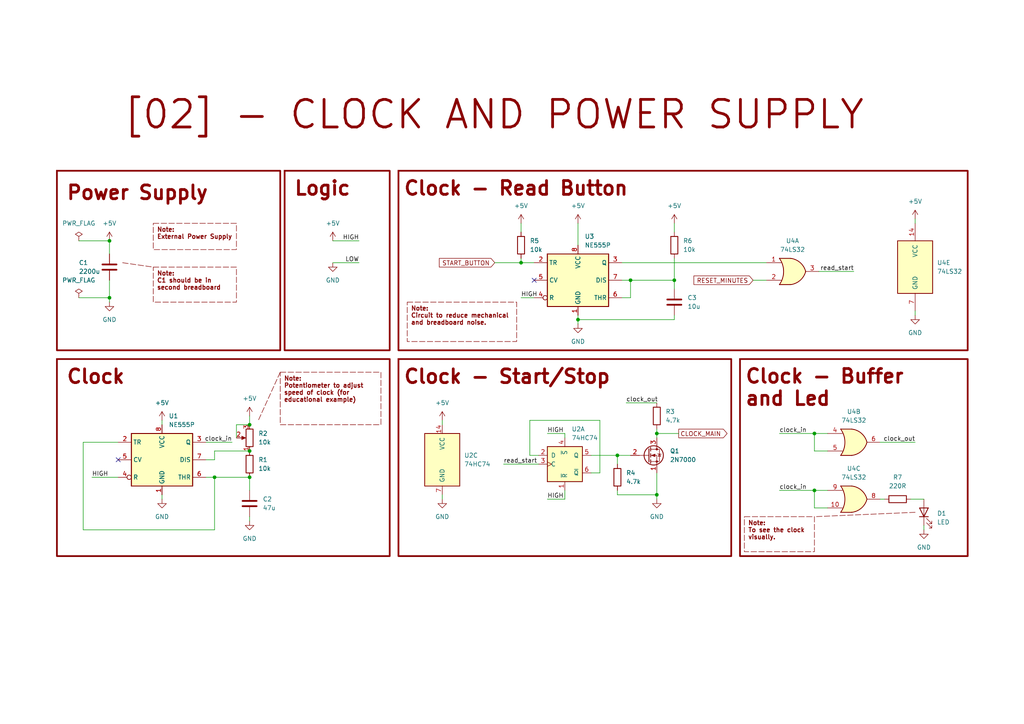
<source format=kicad_sch>
(kicad_sch (version 20230121) (generator eeschema)
  (paper "A4")
  (lib_symbols
    (symbol "74xx:74HC74" (pin_names (offset 1.016))
      (property "Reference" "U" (at -7.62 8.89 0))
      (property "Value" "74HC74" (at -7.62 -8.89 0))
      (symbol "74HC74_1_0"
        (pin input line (at 0 -7.62 90) (length 2.54) (name "~{R}") (number "1"))
        (pin input line (at -7.62 2.54 0) (length 2.54) (name "D") (number "2"))
        (pin input clock (at -7.62 0 0) (length 2.54) (name "C") (number "3"))
        (pin input line (at 0 7.62 270) (length 2.54) (name "~{S}") (number "4"))
        (pin output line (at 7.62 2.54 180) (length 2.54) (name "Q") (number "5"))
        (pin output line (at 7.62 -2.54 180) (length 2.54) (name "~{Q}") (number "6"))
      )
      (symbol "74HC74_1_1"
        (rectangle (start -5.08 5.08) (end 5.08 -5.08) (stroke (width 0.254)) (fill (type background)))
      )
      (symbol "74HC74_2_0"
        (pin input line (at 0 7.62 270) (length 2.54) (name "~{S}") (number "10"))
        (pin input clock (at -7.62 0 0) (length 2.54) (name "C") (number "11"))
        (pin input line (at -7.62 2.54 0) (length 2.54) (name "D") (number "12"))
        (pin input line (at 0 -7.62 90) (length 2.54) (name "~{R}") (number "13"))
        (pin output line (at 7.62 -2.54 180) (length 2.54) (name "~{Q}") (number "8"))
        (pin output line (at 7.62 2.54 180) (length 2.54) (name "Q") (number "9"))
      )
      (symbol "74HC74_2_1"
        (rectangle (start -5.08 5.08) (end 5.08 -5.08) (stroke (width 0.254)) (fill (type background)))
      )
      (symbol "74HC74_3_0"
        (pin power_in line (at 0 10.16 270) (length 2.54) (name "VCC") (number "14"))
        (pin power_in line (at 0 -10.16 90) (length 2.54) (name "GND") (number "7"))
      )
      (symbol "74HC74_3_1"
        (rectangle (start -5.08 7.62) (end 5.08 -7.62) (stroke (width 0.254)) (fill (type background)))
      )
    )
    (symbol "74xx:74LS32" (pin_names (offset 1.016))
      (property "Reference" "U" (at 0 1.27 0))
      (property "Value" "74LS32" (at 0 -1.27 0))
      (symbol "74LS32_1_1"
        (arc (start -3.81 -3.81) (mid -2.589 0) (end -3.81 3.81) (stroke (width 0.254)))
        (arc (start -0.6096 -3.81) (mid 2.1842 -2.5851) (end 3.81 0) (stroke (width 0.254)) (fill (type background)))
        (polyline (pts (xy -3.81 -3.81) (xy -0.635 -3.81)) (stroke (width 0.254)) (fill (type background)))
        (polyline (pts (xy -3.81 3.81) (xy -0.635 3.81)) (stroke (width 0.254)) (fill (type background)))
        (polyline (pts (xy -0.635 3.81) (xy -3.81 3.81) (xy -3.81 3.81) (xy -3.556 3.4036) (xy -3.0226 2.2606) (xy -2.6924 1.0414) (xy -2.6162 -0.254) (xy -2.7686 -1.4986) (xy -3.175 -2.7178) (xy -3.81 -3.81) (xy -3.81 -3.81) (xy -0.635 -3.81)) (stroke (width -25.4)) (fill (type background)))
        (arc (start 3.81 0) (mid 2.1915 2.5936) (end -0.6096 3.81) (stroke (width 0.254)) (fill (type background)))
        (pin input line (at -7.62 2.54 0) (length 4.318) (name "~") (number "1"))
        (pin input line (at -7.62 -2.54 0) (length 4.318) (name "~") (number "2"))
        (pin output line (at 7.62 0 180) (length 3.81) (name "~") (number "3"))
      )
      (symbol "74LS32_1_2"
        (arc (start 0 -3.81) (mid 3.7934 0) (end 0 3.81) (stroke (width 0.254)) (fill (type background)))
        (polyline (pts (xy 0 3.81) (xy -3.81 3.81) (xy -3.81 -3.81) (xy 0 -3.81)) (stroke (width 0.254)) (fill (type background)))
        (pin input inverted (at -7.62 2.54 0) (length 3.81) (name "~") (number "1"))
        (pin input inverted (at -7.62 -2.54 0) (length 3.81) (name "~") (number "2"))
        (pin output inverted (at 7.62 0 180) (length 3.81) (name "~") (number "3"))
      )
      (symbol "74LS32_2_1"
        (arc (start -3.81 -3.81) (mid -2.589 0) (end -3.81 3.81) (stroke (width 0.254)))
        (arc (start -0.6096 -3.81) (mid 2.1842 -2.5851) (end 3.81 0) (stroke (width 0.254)) (fill (type background)))
        (polyline (pts (xy -3.81 -3.81) (xy -0.635 -3.81)) (stroke (width 0.254)) (fill (type background)))
        (polyline (pts (xy -3.81 3.81) (xy -0.635 3.81)) (stroke (width 0.254)) (fill (type background)))
        (polyline (pts (xy -0.635 3.81) (xy -3.81 3.81) (xy -3.81 3.81) (xy -3.556 3.4036) (xy -3.0226 2.2606) (xy -2.6924 1.0414) (xy -2.6162 -0.254) (xy -2.7686 -1.4986) (xy -3.175 -2.7178) (xy -3.81 -3.81) (xy -3.81 -3.81) (xy -0.635 -3.81)) (stroke (width -25.4)) (fill (type background)))
        (arc (start 3.81 0) (mid 2.1915 2.5936) (end -0.6096 3.81) (stroke (width 0.254)) (fill (type background)))
        (pin input line (at -7.62 2.54 0) (length 4.318) (name "~") (number "4"))
        (pin input line (at -7.62 -2.54 0) (length 4.318) (name "~") (number "5"))
        (pin output line (at 7.62 0 180) (length 3.81) (name "~") (number "6"))
      )
      (symbol "74LS32_2_2"
        (arc (start 0 -3.81) (mid 3.7934 0) (end 0 3.81) (stroke (width 0.254)) (fill (type background)))
        (polyline (pts (xy 0 3.81) (xy -3.81 3.81) (xy -3.81 -3.81) (xy 0 -3.81)) (stroke (width 0.254)) (fill (type background)))
        (pin input inverted (at -7.62 2.54 0) (length 3.81) (name "~") (number "4"))
        (pin input inverted (at -7.62 -2.54 0) (length 3.81) (name "~") (number "5"))
        (pin output inverted (at 7.62 0 180) (length 3.81) (name "~") (number "6"))
      )
      (symbol "74LS32_3_1"
        (arc (start -3.81 -3.81) (mid -2.589 0) (end -3.81 3.81) (stroke (width 0.254)))
        (arc (start -0.6096 -3.81) (mid 2.1842 -2.5851) (end 3.81 0) (stroke (width 0.254)) (fill (type background)))
        (polyline (pts (xy -3.81 -3.81) (xy -0.635 -3.81)) (stroke (width 0.254)) (fill (type background)))
        (polyline (pts (xy -3.81 3.81) (xy -0.635 3.81)) (stroke (width 0.254)) (fill (type background)))
        (polyline (pts (xy -0.635 3.81) (xy -3.81 3.81) (xy -3.81 3.81) (xy -3.556 3.4036) (xy -3.0226 2.2606) (xy -2.6924 1.0414) (xy -2.6162 -0.254) (xy -2.7686 -1.4986) (xy -3.175 -2.7178) (xy -3.81 -3.81) (xy -3.81 -3.81) (xy -0.635 -3.81)) (stroke (width -25.4)) (fill (type background)))
        (arc (start 3.81 0) (mid 2.1915 2.5936) (end -0.6096 3.81) (stroke (width 0.254)) (fill (type background)))
        (pin input line (at -7.62 -2.54 0) (length 4.318) (name "~") (number "10"))
        (pin output line (at 7.62 0 180) (length 3.81) (name "~") (number "8"))
        (pin input line (at -7.62 2.54 0) (length 4.318) (name "~") (number "9"))
      )
      (symbol "74LS32_3_2"
        (arc (start 0 -3.81) (mid 3.7934 0) (end 0 3.81) (stroke (width 0.254)) (fill (type background)))
        (polyline (pts (xy 0 3.81) (xy -3.81 3.81) (xy -3.81 -3.81) (xy 0 -3.81)) (stroke (width 0.254)) (fill (type background)))
        (pin input inverted (at -7.62 -2.54 0) (length 3.81) (name "~") (number "10"))
        (pin output inverted (at 7.62 0 180) (length 3.81) (name "~") (number "8"))
        (pin input inverted (at -7.62 2.54 0) (length 3.81) (name "~") (number "9"))
      )
      (symbol "74LS32_4_1"
        (arc (start -3.81 -3.81) (mid -2.589 0) (end -3.81 3.81) (stroke (width 0.254)))
        (arc (start -0.6096 -3.81) (mid 2.1842 -2.5851) (end 3.81 0) (stroke (width 0.254)) (fill (type background)))
        (polyline (pts (xy -3.81 -3.81) (xy -0.635 -3.81)) (stroke (width 0.254)) (fill (type background)))
        (polyline (pts (xy -3.81 3.81) (xy -0.635 3.81)) (stroke (width 0.254)) (fill (type background)))
        (polyline (pts (xy -0.635 3.81) (xy -3.81 3.81) (xy -3.81 3.81) (xy -3.556 3.4036) (xy -3.0226 2.2606) (xy -2.6924 1.0414) (xy -2.6162 -0.254) (xy -2.7686 -1.4986) (xy -3.175 -2.7178) (xy -3.81 -3.81) (xy -3.81 -3.81) (xy -0.635 -3.81)) (stroke (width -25.4)) (fill (type background)))
        (arc (start 3.81 0) (mid 2.1915 2.5936) (end -0.6096 3.81) (stroke (width 0.254)) (fill (type background)))
        (pin output line (at 7.62 0 180) (length 3.81) (name "~") (number "11"))
        (pin input line (at -7.62 2.54 0) (length 4.318) (name "~") (number "12"))
        (pin input line (at -7.62 -2.54 0) (length 4.318) (name "~") (number "13"))
      )
      (symbol "74LS32_4_2"
        (arc (start 0 -3.81) (mid 3.7934 0) (end 0 3.81) (stroke (width 0.254)) (fill (type background)))
        (polyline (pts (xy 0 3.81) (xy -3.81 3.81) (xy -3.81 -3.81) (xy 0 -3.81)) (stroke (width 0.254)) (fill (type background)))
        (pin output inverted (at 7.62 0 180) (length 3.81) (name "~") (number "11"))
        (pin input inverted (at -7.62 2.54 0) (length 3.81) (name "~") (number "12"))
        (pin input inverted (at -7.62 -2.54 0) (length 3.81) (name "~") (number "13"))
      )
      (symbol "74LS32_5_0"
        (pin power_in line (at 0 12.7 270) (length 5.08) (name "VCC") (number "14"))
        (pin power_in line (at 0 -12.7 90) (length 5.08) (name "GND") (number "7"))
      )
      (symbol "74LS32_5_1"
        (rectangle (start -5.08 7.62) (end 5.08 -7.62) (stroke (width 0.254)) (fill (type background)))
      )
    )
    (symbol "Device:C" (pin_numbers hide) (pin_names (offset 0.254))
      (property "Reference" "C" (at 0.635 2.54 0))
      (property "Value" "C" (at 0.635 -2.54 0))
      (symbol "C_0_1"
        (polyline (pts (xy -2.032 -0.762) (xy 2.032 -0.762)) (stroke (width 0.508)))
        (polyline (pts (xy -2.032 0.762) (xy 2.032 0.762)) (stroke (width 0.508)))
      )
      (symbol "C_1_1"
        (pin passive line (at 0 3.81 270) (length 2.794) (name "~") (number "1"))
        (pin passive line (at 0 -3.81 90) (length 2.794) (name "~") (number "2"))
      )
    )
    (symbol "Device:LED" (pin_numbers hide) (pin_names (offset 1.016) hide)
      (property "Reference" "D" (at 0 2.54 0))
      (property "Value" "LED" (at 0 -2.54 0))
      (symbol "LED_0_1"
        (polyline (pts (xy -1.27 -1.27) (xy -1.27 1.27)) (stroke (width 0.254)))
        (polyline (pts (xy -1.27 0) (xy 1.27 0)))
        (polyline (pts (xy 1.27 -1.27) (xy 1.27 1.27) (xy -1.27 0) (xy 1.27 -1.27)) (stroke (width 0.254)))
        (polyline (pts (xy -3.048 -0.762) (xy -4.572 -2.286) (xy -3.81 -2.286) (xy -4.572 -2.286) (xy -4.572 -1.524)))
        (polyline (pts (xy -1.778 -0.762) (xy -3.302 -2.286) (xy -2.54 -2.286) (xy -3.302 -2.286) (xy -3.302 -1.524)))
      )
      (symbol "LED_1_1"
        (pin passive line (at -3.81 0 0) (length 2.54) (name "K") (number "1"))
        (pin passive line (at 3.81 0 180) (length 2.54) (name "A") (number "2"))
      )
    )
    (symbol "Device:R" (pin_numbers hide) (pin_names (offset 0))
      (property "Reference" "R" (at 2.032 0 90))
      (property "Value" "R" (at 0 0 90))
      (symbol "R_0_1"
        (rectangle (start -1.016 -2.54) (end 1.016 2.54) (stroke (width 0.254)))
      )
      (symbol "R_1_1"
        (pin passive line (at 0 3.81 270) (length 1.27) (name "~") (number "1"))
        (pin passive line (at 0 -3.81 90) (length 1.27) (name "~") (number "2"))
      )
    )
    (symbol "Device:R_Potentiometer" (pin_names (offset 1.016) hide)
      (property "Reference" "RV" (at -4.445 0 90))
      (property "Value" "R_Potentiometer" (at -2.54 0 90))
      (symbol "R_Potentiometer_0_1"
        (polyline (pts (xy 2.54 0) (xy 1.524 0)))
        (polyline (pts (xy 1.143 0) (xy 2.286 0.508) (xy 2.286 -0.508) (xy 1.143 0)) (fill (type outline)))
        (rectangle (start 1.016 2.54) (end -1.016 -2.54) (stroke (width 0.254)))
      )
      (symbol "R_Potentiometer_1_1"
        (pin passive line (at 0 3.81 270) (length 1.27) (name "1") (number "1"))
        (pin passive line (at 3.81 0 180) (length 1.27) (name "2") (number "2"))
        (pin passive line (at 0 -3.81 90) (length 1.27) (name "3") (number "3"))
      )
    )
    (symbol "Timer:NE555P"
      (property "Reference" "U" (at -10.16 8.89 0))
      (property "Value" "NE555P" (at 2.54 8.89 0))
      (symbol "NE555P_0_0"
        (pin power_in line (at 0 -10.16 90) (length 2.54) (name "GND") (number "1"))
        (pin power_in line (at 0 10.16 270) (length 2.54) (name "VCC") (number "8"))
      )
      (symbol "NE555P_0_1"
        (rectangle (start -8.89 -7.62) (end 8.89 7.62) (stroke (width 0.254)) (fill (type background)))
        (rectangle (start -8.89 -7.62) (end 8.89 7.62) (stroke (width 0.254)) (fill (type background)))
      )
      (symbol "NE555P_1_1"
        (pin input line (at -12.7 5.08 0) (length 3.81) (name "TR") (number "2"))
        (pin output line (at 12.7 5.08 180) (length 3.81) (name "Q") (number "3"))
        (pin input inverted (at -12.7 -5.08 0) (length 3.81) (name "R") (number "4"))
        (pin input line (at -12.7 0 0) (length 3.81) (name "CV") (number "5"))
        (pin input line (at 12.7 -5.08 180) (length 3.81) (name "THR") (number "6"))
        (pin input line (at 12.7 0 180) (length 3.81) (name "DIS") (number "7"))
      )
    )
    (symbol "Transistor_FET:2N7000" (pin_names hide)
      (property "Reference" "Q" (at 5.08 1.905 0))
      (property "Value" "2N7000" (at 5.08 0 0))
      (symbol "2N7000_0_1"
        (polyline (pts (xy 0.254 0) (xy -2.54 0)))
        (polyline (pts (xy 0.254 1.905) (xy 0.254 -1.905)) (stroke (width 0.254)))
        (polyline (pts (xy 0.762 -1.27) (xy 0.762 -2.286)) (stroke (width 0.254)))
        (polyline (pts (xy 0.762 0.508) (xy 0.762 -0.508)) (stroke (width 0.254)))
        (polyline (pts (xy 0.762 2.286) (xy 0.762 1.27)) (stroke (width 0.254)))
        (polyline (pts (xy 2.54 2.54) (xy 2.54 1.778)))
        (polyline (pts (xy 2.54 -2.54) (xy 2.54 0) (xy 0.762 0)))
        (polyline (pts (xy 0.762 -1.778) (xy 3.302 -1.778) (xy 3.302 1.778) (xy 0.762 1.778)))
        (polyline (pts (xy 1.016 0) (xy 2.032 0.381) (xy 2.032 -0.381) (xy 1.016 0)) (fill (type outline)))
        (polyline (pts (xy 2.794 0.508) (xy 2.921 0.381) (xy 3.683 0.381) (xy 3.81 0.254)))
        (polyline (pts (xy 3.302 0.381) (xy 2.921 -0.254) (xy 3.683 -0.254) (xy 3.302 0.381)))
        (circle (center 1.651 0) (radius 2.794) (stroke (width 0.254)))
        (circle (center 2.54 -1.778) (radius 0.254) (fill (type outline)))
        (circle (center 2.54 1.778) (radius 0.254) (fill (type outline)))
      )
      (symbol "2N7000_1_1"
        (pin passive line (at 2.54 -5.08 90) (length 2.54) (name "S") (number "1"))
        (pin input line (at -5.08 0 0) (length 2.54) (name "G") (number "2"))
        (pin passive line (at 2.54 5.08 270) (length 2.54) (name "D") (number "3"))
      )
    )
    (symbol "power:+5V" (power) (pin_names (offset 0))
      (property "Value" "+5V" (at 0 3.556 0))
      (symbol "+5V_0_1"
        (polyline (pts (xy -0.762 1.27) (xy 0 2.54)))
        (polyline (pts (xy 0 0) (xy 0 2.54)))
        (polyline (pts (xy 0 2.54) (xy 0.762 1.27)))
      )
      (symbol "+5V_1_1"
        (pin power_in line (at 0 0 90) (length 0) hide (name "+5V") (number "1"))
      )
    )
    (symbol "power:GND" (power) (pin_names (offset 0))
      (property "Value" "GND" (at 0 -3.81 0))
      (symbol "GND_0_1"
        (polyline (pts (xy 0 0) (xy 0 -1.27) (xy 1.27 -1.27) (xy 0 -2.54) (xy -1.27 -1.27) (xy 0 -1.27)))
      )
      (symbol "GND_1_1"
        (pin power_in line (at 0 0 270) (length 0) hide (name "GND") (number "1"))
      )
    )
    (symbol "power:PWR_FLAG" (power) (pin_numbers hide) (pin_names (offset 0) hide)
      (property "Value" "PWR_FLAG" (at 0 3.81 0))
      (symbol "PWR_FLAG_0_0"
        (pin power_out line (at 0 0 90) (length 0) (name "pwr") (number "1"))
      )
      (symbol "PWR_FLAG_0_1"
        (polyline (pts (xy 0 0) (xy 0 1.27) (xy -1.016 1.905) (xy 0 2.54) (xy 1.016 1.905) (xy 0 1.27)))
      )
    )
  )
  (junction (at 151.13 76.2))
  (junction (at 190.5 143.51))
  (junction (at 236.22 125.73))
  (junction (at 182.88 81.28))
  (junction (at 236.22 142.24))
  (junction (at 72.39 138.43))
  (junction (at 31.75 69.85))
  (junction (at 72.39 123.19))
  (junction (at 167.64 92.71))
  (junction (at 179.07 132.08))
  (junction (at 190.5 125.73))
  (junction (at 31.75 86.36))
  (junction (at 62.23 138.43))
  (junction (at 72.39 130.81))
  (junction (at 195.58 81.28))
  (no_connect (at 34.29 133.35))
  (no_connect (at 154.94 81.28))
  (wire (pts (xy 72.39 138.43) (xy 72.39 142.24)))
  (wire (pts (xy 267.97 152.4) (xy 267.97 153.67)))
  (wire (pts (xy 72.39 120.65) (xy 72.39 123.19)))
  (wire (pts (xy 167.64 92.71) (xy 167.64 91.44)))
  (wire (pts (xy 128.27 143.51) (xy 128.27 144.78)))
  (wire (pts (xy 255.27 144.78) (xy 256.54 144.78)))
  (wire (pts (xy 72.39 149.86) (xy 72.39 151.13)))
  (wire (pts (xy 59.69 133.35) (xy 62.23 133.35)))
  (wire (pts (xy 195.58 92.71) (xy 195.58 91.44)))
  (wire (pts (xy 34.29 128.27) (xy 24.13 128.27)))
  (wire (pts (xy 181.61 116.84) (xy 190.5 116.84)))
  (wire (pts (xy 167.64 64.77) (xy 167.64 71.12)))
  (wire (pts (xy 179.07 142.24) (xy 179.07 143.51)))
  (wire (pts (xy 68.58 123.19) (xy 72.39 123.19)))
  (wire (pts (xy 22.86 86.36) (xy 31.75 86.36)))
  (wire (pts (xy 190.5 125.73) (xy 196.85 125.73)))
  (wire (pts (xy 236.22 142.24) (xy 236.22 147.32)))
  (wire (pts (xy 190.5 143.51) (xy 190.5 144.78)))
  (wire (pts (xy 96.52 69.85) (xy 104.14 69.85)))
  (wire (pts (xy 158.75 125.73) (xy 163.83 125.73)))
  (wire (pts (xy 265.43 90.17) (xy 265.43 91.44)))
  (wire (pts (xy 46.99 143.51) (xy 46.99 144.78)))
  (wire (pts (xy 218.44 81.28) (xy 222.25 81.28)))
  (wire (pts (xy 151.13 86.36) (xy 154.94 86.36)))
  (wire (pts (xy 195.58 64.77) (xy 195.58 67.31)))
  (wire (pts (xy 158.75 144.78) (xy 163.83 144.78)))
  (wire (pts (xy 31.75 87.63) (xy 31.75 86.36)))
  (wire (pts (xy 236.22 142.24) (xy 226.06 142.24)))
  (wire (pts (xy 236.22 125.73) (xy 226.06 125.73)))
  (wire (pts (xy 182.88 81.28) (xy 180.34 81.28)))
  (wire (pts (xy 46.99 121.92) (xy 46.99 123.19)))
  (wire (pts (xy 171.45 132.08) (xy 179.07 132.08)))
  (wire (pts (xy 182.88 86.36) (xy 182.88 81.28)))
  (wire (pts (xy 26.67 138.43) (xy 34.29 138.43)))
  (wire (pts (xy 190.5 143.51) (xy 190.5 137.16)))
  (wire (pts (xy 128.27 121.92) (xy 128.27 123.19)))
  (wire (pts (xy 265.43 63.5) (xy 265.43 64.77)))
  (wire (pts (xy 264.16 144.78) (xy 267.97 144.78)))
  (wire (pts (xy 255.27 128.27) (xy 265.43 128.27)))
  (wire (pts (xy 237.49 78.74) (xy 247.65 78.74)))
  (wire (pts (xy 62.23 138.43) (xy 62.23 153.67)))
  (wire (pts (xy 22.86 69.85) (xy 31.75 69.85)))
  (wire (pts (xy 146.05 134.62) (xy 156.21 134.62)))
  (wire (pts (xy 62.23 133.35) (xy 62.23 130.81)))
  (wire (pts (xy 153.67 132.08) (xy 153.67 121.92)))
  (wire (pts (xy 240.03 125.73) (xy 236.22 125.73)))
  (polyline (pts (xy 81.28 107.95) (xy 74.93 121.92)) (stroke (width 0.15) (type dash) (color 132 0 0 1)))
  (wire (pts (xy 180.34 86.36) (xy 182.88 86.36)))
  (wire (pts (xy 236.22 125.73) (xy 236.22 130.81)))
  (wire (pts (xy 31.75 81.28) (xy 31.75 86.36)))
  (wire (pts (xy 96.52 76.2) (xy 104.14 76.2)))
  (wire (pts (xy 163.83 142.24) (xy 163.83 144.78)))
  (wire (pts (xy 59.69 138.43) (xy 62.23 138.43)))
  (wire (pts (xy 195.58 74.93) (xy 195.58 81.28)))
  (wire (pts (xy 190.5 124.46) (xy 190.5 125.73)))
  (wire (pts (xy 31.75 69.85) (xy 31.75 73.66)))
  (wire (pts (xy 151.13 64.77) (xy 151.13 67.31)))
  (wire (pts (xy 236.22 147.32) (xy 240.03 147.32)))
  (polyline (pts (xy 265.43 148.59) (xy 236.22 149.86)) (stroke (width 0.15) (type dash) (color 132 0 0 1)))
  (wire (pts (xy 195.58 81.28) (xy 195.58 83.82)))
  (wire (pts (xy 240.03 142.24) (xy 236.22 142.24)))
  (wire (pts (xy 151.13 74.93) (xy 151.13 76.2)))
  (wire (pts (xy 24.13 153.67) (xy 62.23 153.67)))
  (wire (pts (xy 180.34 76.2) (xy 222.25 76.2)))
  (wire (pts (xy 62.23 138.43) (xy 72.39 138.43)))
  (wire (pts (xy 179.07 132.08) (xy 179.07 134.62)))
  (polyline (pts (xy 35.56 76.2) (xy 44.45 77.47)) (stroke (width 0.15) (type dash) (color 132 0 0 1)))
  (wire (pts (xy 24.13 128.27) (xy 24.13 153.67)))
  (wire (pts (xy 179.07 132.08) (xy 182.88 132.08)))
  (wire (pts (xy 59.69 128.27) (xy 67.31 128.27)))
  (wire (pts (xy 151.13 76.2) (xy 154.94 76.2)))
  (wire (pts (xy 167.64 92.71) (xy 167.64 93.98)))
  (wire (pts (xy 62.23 130.81) (xy 72.39 130.81)))
  (wire (pts (xy 179.07 143.51) (xy 190.5 143.51)))
  (wire (pts (xy 173.99 137.16) (xy 171.45 137.16)))
  (wire (pts (xy 153.67 121.92) (xy 173.99 121.92)))
  (wire (pts (xy 163.83 127) (xy 163.83 125.73)))
  (wire (pts (xy 236.22 130.81) (xy 240.03 130.81)))
  (wire (pts (xy 143.51 76.2) (xy 151.13 76.2)))
  (wire (pts (xy 173.99 121.92) (xy 173.99 137.16)))
  (wire (pts (xy 190.5 125.73) (xy 190.5 127)))
  (wire (pts (xy 156.21 132.08) (xy 153.67 132.08)))
  (wire (pts (xy 68.58 127) (xy 68.58 123.19)))
  (wire (pts (xy 182.88 81.28) (xy 195.58 81.28)))
  (wire (pts (xy 167.64 92.71) (xy 195.58 92.71)))
  (rectangle (start 115.57 104.14) (end 212.09 161.29) (stroke (width 0.5) (color 132 0 0 1)))
  (rectangle (start 16.51 49.53) (end 81.28 101.6) (stroke (width 0.5) (color 132 0 0 1)))
  (rectangle (start 115.57 49.53) (end 280.67 101.6) (stroke (width 0.5) (color 132 0 0 1)))
  (rectangle (start 82.55 49.53) (end 113.03 101.6) (stroke (width 0.5) (color 132 0 0 1)))
  (rectangle (start 214.63 104.14) (end 280.67 161.29) (stroke (width 0.5) (color 132 0 0 1)))
  (rectangle (start 16.51 104.14) (end 113.03 161.29) (stroke (width 0.5) (color 132 0 0 1)))
  (text_box "Note:\nCircuit to reduce mechanical and breadboard noise." (at 118.11 87.63 0) (size 31.75 11.43) (stroke (width 0.15) (type dash) (color 132 0 0 1)) (effects (font (size 1.27 1.27) (thickness 0.254) bold) (justify left top)))
  (text_box "Note:\nPotentiometer to adjust speed of clock (for educational example)" (at 81.28 107.95 0) (size 29.21 15.24) (stroke (width 0.15) (type dash) (color 132 0 0 1)) (effects (font (size 1.27 1.27) (thickness 0.254) bold) (justify left top)))
  (text_box "Note:\nExternal Power Supply" (at 44.45 64.77 0) (size 24.13 7.62) (stroke (width 0.15) (type dash) (color 132 0 0 1)) (effects (font (size 1.27 1.27) (thickness 0.254) bold) (justify left top)))
  (text_box "Note:\nC1 should be in second breadboard" (at 44.45 77.47 0) (size 24.13 10.16) (stroke (width 0.15) (type dash) (color 132 0 0 1)) (effects (font (size 1.27 1.27) (thickness 0.254) bold) (justify left top)))
  (text_box "Note:\nTo see the clock visually." (at 215.9 149.86 0) (size 20.32 10.16) (stroke (width 0.15) (type dash) (color 132 0 0 1)) (effects (font (size 1.27 1.27) (thickness 0.254) bold) (justify left top)))
  (text "Power Supply" (at 19.05 58.42 0) (effects (font (size 4 4) (thickness 0.8) bold) (justify left bottom)))
  (text "Logic" (at 85.09 57.15 0) (effects (font (size 4 4) (thickness 0.8) bold) (justify left bottom)))
  (text "Clock - Buffer\nand Led" (at 215.9 118.11 0) (effects (font (size 4 4) (thickness 0.8) bold) (justify left bottom)))
  (text "Clock" (at 19.05 111.76 0) (effects (font (size 4 4) (thickness 0.8) bold) (justify left bottom)))
  (text "[02] - CLOCK AND POWER SUPPLY" (at 35.56 38.1 0) (effects (font (size 8 8) (thickness 0.8) bold) (justify left bottom)))
  (text "Clock - Start/Stop" (at 116.84 111.76 0) (effects (font (size 4 4) (thickness 0.8) bold) (justify left bottom)))
  (text "Clock - Read Button" (at 116.84 57.15 0) (effects (font (size 4 4) (thickness 0.8) bold) (justify left bottom)))
  (label "HIGH" (at 158.75 125.73 0))
  (label "clock_in" (at 226.06 142.24 0))
  (label "HIGH" (at 26.67 138.43 0))
  (label "HIGH" (at 104.14 69.85 180))
  (label "clock_in" (at 67.31 128.27 180))
  (label "clock_out" (at 181.61 116.84 0))
  (label "HIGH" (at 158.75 144.78 0))
  (label "clock_in" (at 226.06 125.73 0))
  (label "clock_out" (at 265.43 128.27 180))
  (label "read_start" (at 247.65 78.74 180))
  (label "LOW" (at 104.14 76.2 180))
  (label "HIGH" (at 151.13 86.36 0))
  (label "read_start" (at 146.05 134.62 0))
  (global_label "RESET_MINUTES" (shape input) (at 218.44 81.28 180) (property "Intersheetrefs" "${INTERSHEET_REFS}" (effects hide)))
  (global_label "CLOCK_MAIN" (shape output) (at 196.85 125.73 0) (property "Intersheetrefs" "${INTERSHEET_REFS}" (effects hide)))
  (global_label "START_BUTTON" (shape input) (at 143.51 76.2 180) (property "Intersheetrefs" "${INTERSHEET_REFS}" (effects hide)))
  (symbol (lib_id "Device:C") (at 31.75 77.47 0) (unit 1)
    (property "Reference" "C1" (at 22.86 76.2 0) (effects (justify left)))
    (property "Value" "2200u" (at 22.86 78.74 0) (effects (justify left)))
  )
  (symbol (lib_id "Device:C") (at 72.39 146.05 0) (unit 1)
    (property "Reference" "C2" (at 76.2 144.78 0) (effects (justify left)))
    (property "Value" "47u" (at 76.2 147.32 0) (effects (justify left)))
  )
  (symbol (lib_id "power:+5V") (at 128.27 121.92 0) (unit 1)
    (property "Reference" "#PWR09" (effects hide))
    (property "Value" "+5V" (at 128.27 116.84 0))
  )
  (symbol (lib_id "power:GND") (at 96.52 76.2 0) (unit 1)
    (property "Reference" "#PWR06" (effects hide))
    (property "Value" "GND" (at 96.52 81.28 0))
  )
  (symbol (lib_id "power:GND") (at 31.75 87.63 0) (unit 1)
    (property "Reference" "#PWR02" (effects hide))
    (property "Value" "GND" (at 31.75 92.71 0))
  )
  (symbol (lib_id "Device:R_Potentiometer") (at 72.39 127 180) (unit 1)
    (property "Reference" "R2" (at 74.93 125.73 0) (effects (justify right)))
    (property "Value" "10k" (at 74.93 128.27 0) (effects (justify right)))
  )
  (symbol (lib_id "74xx:74LS32") (at 247.65 144.78 0) (unit 3)
    (property "Reference" "U4" (at 247.65 135.89 0))
    (property "Value" "74LS32" (at 247.65 138.43 0))
    (property "Datasheet" "http://www.ti.com/lit/gpn/sn74LS32" (effects hide))
  )
  (symbol (lib_id "Device:R") (at 151.13 71.12 0) (unit 1)
    (property "Reference" "R5" (at 153.67 69.85 0) (effects (justify left)))
    (property "Value" "10k" (at 153.67 72.39 0) (effects (justify left)))
  )
  (symbol (lib_id "power:GND") (at 72.39 151.13 0) (unit 1)
    (property "Reference" "#PWR07" (effects hide))
    (property "Value" "GND" (at 72.39 156.21 0))
  )
  (symbol (lib_id "power:GND") (at 128.27 144.78 0) (unit 1)
    (property "Reference" "#PWR010" (effects hide))
    (property "Value" "GND" (at 128.27 149.86 0))
  )
  (symbol (lib_id "74xx:74LS32") (at 265.43 77.47 0) (unit 5)
    (property "Reference" "U4" (at 271.78 76.2 0) (effects (justify left)))
    (property "Value" "74LS32" (at 271.78 78.74 0) (effects (justify left)))
    (property "Datasheet" "http://www.ti.com/lit/gpn/sn74LS32" (effects hide))
  )
  (symbol (lib_id "Timer:NE555P") (at 167.64 81.28 0) (unit 1)
    (property "Reference" "U3" (at 169.5959 68.58 0) (effects (justify left)))
    (property "Value" "NE555P" (at 169.5959 71.12 0) (effects (justify left)))
    (property "Footprint" "Package_DIP:DIP-8_W7.62mm" (effects hide))
    (property "Datasheet" "http://www.ti.com/lit/ds/symlink/ne555.pdf" (effects hide))
  )
  (symbol (lib_id "power:GND") (at 190.5 144.78 0) (unit 1)
    (property "Reference" "#PWR011" (effects hide))
    (property "Value" "GND" (at 190.5 149.86 0))
  )
  (symbol (lib_id "power:GND") (at 265.43 91.44 0) (unit 1)
    (property "Reference" "#PWR017" (effects hide))
    (property "Value" "GND" (at 265.43 96.52 0))
  )
  (symbol (lib_id "74xx:74HC74") (at 163.83 134.62 0) (unit 1)
    (property "Reference" "U2" (at 165.7859 124.46 0) (effects (justify left)))
    (property "Value" "74HC74" (at 165.7859 127 0) (effects (justify left)))
    (property "Datasheet" "74xx/74hc_hct74.pdf" (effects hide))
  )
  (symbol (lib_id "Device:R") (at 179.07 138.43 0) (unit 1)
    (property "Reference" "R4" (at 181.61 137.16 0) (effects (justify left)))
    (property "Value" "4.7k" (at 181.61 139.7 0) (effects (justify left)))
  )
  (symbol (lib_id "Device:LED") (at 267.97 148.59 90) (unit 1)
    (property "Reference" "D1" (at 271.78 148.9075 90) (effects (justify right)))
    (property "Value" "LED" (at 271.78 151.4475 90) (effects (justify right)))
  )
  (symbol (lib_id "power:+5V") (at 72.39 120.65 0) (unit 1)
    (property "Reference" "#PWR08" (effects hide))
    (property "Value" "+5V" (at 72.39 115.57 0))
  )
  (symbol (lib_id "power:+5V") (at 96.52 69.85 0) (unit 1)
    (property "Reference" "#PWR05" (effects hide))
    (property "Value" "+5V" (at 96.52 64.77 0))
  )
  (symbol (lib_id "power:GND") (at 267.97 153.67 0) (unit 1)
    (property "Reference" "#PWR018" (effects hide))
    (property "Value" "GND" (at 267.97 158.75 0))
  )
  (symbol (lib_id "Device:R") (at 195.58 71.12 0) (unit 1)
    (property "Reference" "R6" (at 198.12 69.85 0) (effects (justify left)))
    (property "Value" "10k" (at 198.12 72.39 0) (effects (justify left)))
  )
  (symbol (lib_id "power:GND") (at 167.64 93.98 0) (unit 1)
    (property "Reference" "#PWR013" (effects hide))
    (property "Value" "GND" (at 167.64 99.06 0))
  )
  (symbol (lib_id "power:GND") (at 46.99 144.78 0) (unit 1)
    (property "Reference" "#PWR04" (effects hide))
    (property "Value" "GND" (at 46.99 149.86 0))
  )
  (symbol (lib_id "power:+5V") (at 195.58 64.77 0) (unit 1)
    (property "Reference" "#PWR015" (effects hide))
    (property "Value" "+5V" (at 195.58 59.69 0))
  )
  (symbol (lib_id "74xx:74LS32") (at 247.65 128.27 0) (unit 2)
    (property "Reference" "U4" (at 247.65 119.38 0))
    (property "Value" "74LS32" (at 247.65 121.92 0))
    (property "Datasheet" "http://www.ti.com/lit/gpn/sn74LS32" (effects hide))
  )
  (symbol (lib_id "Device:C") (at 195.58 87.63 0) (unit 1)
    (property "Reference" "C3" (at 199.39 86.36 0) (effects (justify left)))
    (property "Value" "10u" (at 199.39 88.9 0) (effects (justify left)))
  )
  (symbol (lib_id "power:+5V") (at 46.99 121.92 0) (unit 1)
    (property "Reference" "#PWR03" (effects hide))
    (property "Value" "+5V" (at 46.99 116.84 0))
  )
  (symbol (lib_id "Device:R") (at 260.35 144.78 90) (unit 1)
    (property "Reference" "R7" (at 260.35 138.43 90))
    (property "Value" "220R" (at 260.35 140.97 90))
  )
  (symbol (lib_id "power:+5V") (at 265.43 63.5 0) (unit 1)
    (property "Reference" "#PWR016" (effects hide))
    (property "Value" "+5V" (at 265.43 58.42 0))
  )
  (symbol (lib_id "Device:R") (at 190.5 120.65 0) (unit 1)
    (property "Reference" "R3" (at 193.04 119.38 0) (effects (justify left)))
    (property "Value" "4.7k" (at 193.04 121.92 0) (effects (justify left)))
  )
  (symbol (lib_id "74xx:74HC74") (at 128.27 133.35 0) (unit 3)
    (property "Reference" "U2" (at 134.62 132.08 0) (effects (justify left)))
    (property "Value" "74HC74" (at 134.62 134.62 0) (effects (justify left)))
    (property "Datasheet" "74xx/74hc_hct74.pdf" (effects hide))
  )
  (symbol (lib_id "power:+5V") (at 31.75 69.85 0) (unit 1)
    (property "Reference" "#PWR01" (effects hide))
    (property "Value" "+5V" (at 31.75 64.77 0))
  )
  (symbol (lib_id "Transistor_FET:2N7000") (at 187.96 132.08 0) (unit 1)
    (property "Reference" "Q1" (at 194.31 130.81 0) (effects (justify left)))
    (property "Value" "2N7000" (at 194.31 133.35 0) (effects (justify left)))
    (property "Footprint" "Package_TO_SOT_THT:TO-92_Inline" (effects hide))
    (property "Datasheet" "https://www.vishay.com/docs/70226/70226.pdf" (effects hide))
  )
  (symbol (lib_id "74xx:74LS32") (at 229.87 78.74 0) (unit 1)
    (property "Reference" "U4" (at 229.87 69.85 0))
    (property "Value" "74LS32" (at 229.87 72.39 0))
    (property "Datasheet" "http://www.ti.com/lit/gpn/sn74LS32" (effects hide))
  )
  (symbol (lib_id "power:+5V") (at 151.13 64.77 0) (unit 1)
    (property "Reference" "#PWR014" (effects hide))
    (property "Value" "+5V" (at 151.13 59.69 0))
  )
  (symbol (lib_id "power:PWR_FLAG") (at 22.86 69.85 0) (unit 1)
    (property "Reference" "#FLG01" (effects hide))
    (property "Value" "PWR_FLAG" (at 22.86 64.77 0))
  )
  (symbol (lib_id "power:+5V") (at 167.64 64.77 0) (unit 1)
    (property "Reference" "#PWR012" (effects hide))
    (property "Value" "+5V" (at 167.64 59.69 0))
  )
  (symbol (lib_id "Timer:NE555P") (at 46.99 133.35 0) (unit 1)
    (property "Reference" "U1" (at 48.9459 120.65 0) (effects (justify left)))
    (property "Value" "NE555P" (at 48.9459 123.19 0) (effects (justify left)))
    (property "Footprint" "Package_DIP:DIP-8_W7.62mm" (effects hide))
    (property "Datasheet" "http://www.ti.com/lit/ds/symlink/ne555.pdf" (effects hide))
  )
  (symbol (lib_id "power:PWR_FLAG") (at 22.86 86.36 0) (unit 1)
    (property "Reference" "#FLG02" (effects hide))
    (property "Value" "PWR_FLAG" (at 22.86 81.28 0))
  )
  (symbol (lib_id "Device:R") (at 72.39 134.62 0) (unit 1)
    (property "Reference" "R1" (at 74.93 133.35 0) (effects (justify left)))
    (property "Value" "10k" (at 74.93 135.89 0) (effects (justify left)))
  )
)
</source>
